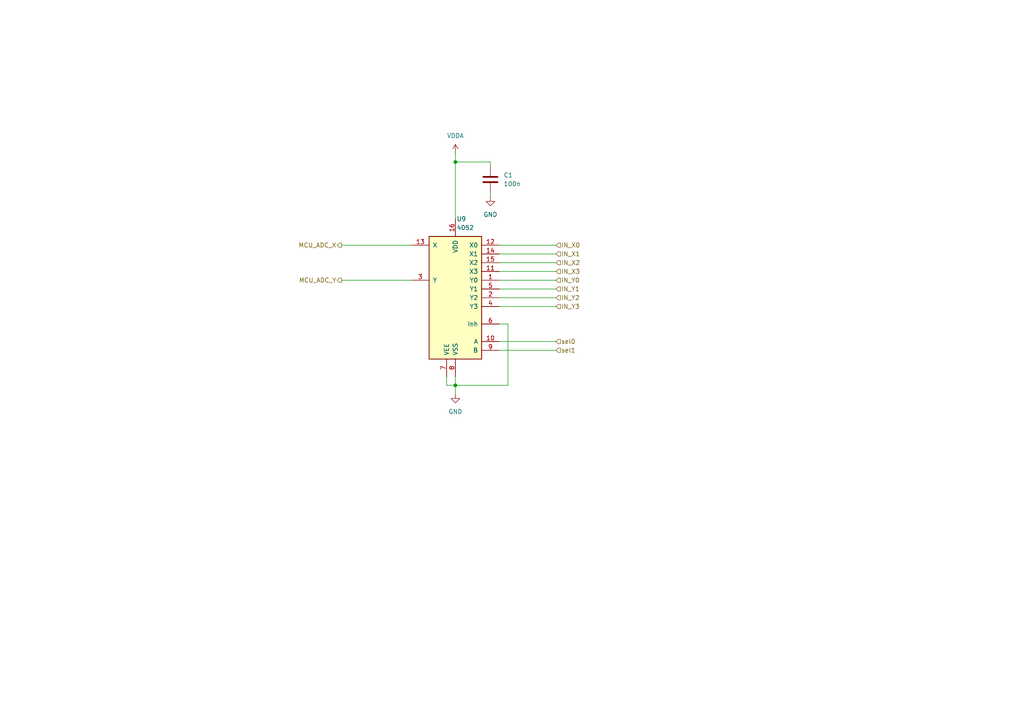
<source format=kicad_sch>
(kicad_sch (version 20230121) (generator eeschema)
  (paper "A4")
  (lib_symbols
    (symbol "4xxx:4052" (pin_names (offset 1.016))
      (property "Reference" "U" (at -7.62 19.05 0))
      (property "Value" "4052" (at -7.62 -19.05 0))
      (symbol "4052_1_0"
        (pin passive line (at -12.7 5.08 0) (length 5.08) (name "Y0") (number "1"))
        (pin input line (at -12.7 -12.7 0) (length 5.08) (name "A") (number "10"))
        (pin passive line (at -12.7 7.62 0) (length 5.08) (name "X3") (number "11"))
        (pin passive line (at -12.7 15.24 0) (length 5.08) (name "X0") (number "12"))
        (pin passive line (at 12.7 15.24 180) (length 5.08) (name "X") (number "13"))
        (pin passive line (at -12.7 12.7 0) (length 5.08) (name "X1") (number "14"))
        (pin passive line (at -12.7 10.16 0) (length 5.08) (name "X2") (number "15"))
        (pin power_in line (at 0 22.86 270) (length 5.08) (name "VDD") (number "16"))
        (pin passive line (at -12.7 0 0) (length 5.08) (name "Y2") (number "2"))
        (pin passive line (at 12.7 5.08 180) (length 5.08) (name "Y") (number "3"))
        (pin passive line (at -12.7 -2.54 0) (length 5.08) (name "Y3") (number "4"))
        (pin passive line (at -12.7 2.54 0) (length 5.08) (name "Y1") (number "5"))
        (pin input line (at -12.7 -7.62 0) (length 5.08) (name "Inh") (number "6"))
        (pin power_in line (at 2.54 -22.86 90) (length 5.08) (name "VEE") (number "7"))
        (pin power_in line (at 0 -22.86 90) (length 5.08) (name "VSS") (number "8"))
        (pin input line (at -12.7 -15.24 0) (length 5.08) (name "B") (number "9"))
      )
      (symbol "4052_1_1"
        (rectangle (start -7.62 17.78) (end 7.62 -17.78) (stroke (width 0.254)) (fill (type background)))
      )
    )
    (symbol "Device:C" (pin_numbers hide) (pin_names (offset 0.254))
      (property "Reference" "C" (at 0.635 2.54 0))
      (property "Value" "C" (at 0.635 -2.54 0))
      (symbol "C_0_1"
        (polyline (pts (xy -2.032 -0.762) (xy 2.032 -0.762)) (stroke (width 0.508)))
        (polyline (pts (xy -2.032 0.762) (xy 2.032 0.762)) (stroke (width 0.508)))
      )
      (symbol "C_1_1"
        (pin passive line (at 0 3.81 270) (length 2.794) (name "~") (number "1"))
        (pin passive line (at 0 -3.81 90) (length 2.794) (name "~") (number "2"))
      )
    )
    (symbol "power:GND" (power) (pin_names (offset 0))
      (property "Value" "GND" (at 0 -3.81 0))
      (symbol "GND_0_1"
        (polyline (pts (xy 0 0) (xy 0 -1.27) (xy 1.27 -1.27) (xy 0 -2.54) (xy -1.27 -1.27) (xy 0 -1.27)))
      )
      (symbol "GND_1_1"
        (pin power_in line (at 0 0 270) (length 0) hide (name "GND") (number "1"))
      )
    )
    (symbol "power:VDDA" (power) (pin_names (offset 0))
      (property "Value" "VDDA" (at 0 3.81 0))
      (symbol "VDDA_0_1"
        (polyline (pts (xy -0.762 1.27) (xy 0 2.54)))
        (polyline (pts (xy 0 0) (xy 0 2.54)))
        (polyline (pts (xy 0 2.54) (xy 0.762 1.27)))
      )
      (symbol "VDDA_1_1"
        (pin power_in line (at 0 0 90) (length 0) hide (name "VDDA") (number "1"))
      )
    )
  )
  (junction (at 132.08 46.99))
  (junction (at 132.08 111.76))
  (wire (pts (xy 144.78 78.74) (xy 161.29 78.74)))
  (wire (pts (xy 132.08 111.76) (xy 129.54 111.76)))
  (wire (pts (xy 144.78 76.2) (xy 161.29 76.2)))
  (wire (pts (xy 144.78 83.82) (xy 161.29 83.82)))
  (wire (pts (xy 132.08 44.45) (xy 132.08 46.99)))
  (wire (pts (xy 144.78 71.12) (xy 161.29 71.12)))
  (wire (pts (xy 144.78 73.66) (xy 161.29 73.66)))
  (wire (pts (xy 99.06 71.12) (xy 119.38 71.12)))
  (wire (pts (xy 144.78 86.36) (xy 161.29 86.36)))
  (wire (pts (xy 132.08 109.22) (xy 132.08 111.76)))
  (wire (pts (xy 147.32 93.98) (xy 147.32 111.76)))
  (wire (pts (xy 147.32 111.76) (xy 132.08 111.76)))
  (wire (pts (xy 144.78 88.9) (xy 161.29 88.9)))
  (wire (pts (xy 132.08 46.99) (xy 142.24 46.99)))
  (wire (pts (xy 142.24 46.99) (xy 142.24 48.26)))
  (wire (pts (xy 144.78 99.06) (xy 161.29 99.06)))
  (wire (pts (xy 99.06 81.28) (xy 119.38 81.28)))
  (wire (pts (xy 144.78 81.28) (xy 161.29 81.28)))
  (wire (pts (xy 129.54 111.76) (xy 129.54 109.22)))
  (wire (pts (xy 132.08 111.76) (xy 132.08 114.3)))
  (wire (pts (xy 144.78 101.6) (xy 161.29 101.6)))
  (wire (pts (xy 142.24 55.88) (xy 142.24 57.15)))
  (wire (pts (xy 144.78 93.98) (xy 147.32 93.98)))
  (wire (pts (xy 132.08 63.5) (xy 132.08 46.99)))
  (hierarchical_label "IN_X2" (shape input) (at 161.29 76.2 0))
  (hierarchical_label "sel0" (shape input) (at 161.29 99.06 0))
  (hierarchical_label "MCU_ADC_Y" (shape output) (at 99.06 81.28 180))
  (hierarchical_label "IN_Y0" (shape input) (at 161.29 81.28 0))
  (hierarchical_label "IN_X3" (shape input) (at 161.29 78.74 0))
  (hierarchical_label "IN_X1" (shape input) (at 161.29 73.66 0))
  (hierarchical_label "IN_X0" (shape input) (at 161.29 71.12 0))
  (hierarchical_label "IN_Y3" (shape input) (at 161.29 88.9 0))
  (hierarchical_label "sel1" (shape input) (at 161.29 101.6 0))
  (hierarchical_label "IN_Y2" (shape input) (at 161.29 86.36 0))
  (hierarchical_label "MCU_ADC_X" (shape output) (at 99.06 71.12 180))
  (hierarchical_label "IN_Y1" (shape input) (at 161.29 83.82 0))
  (symbol (lib_id "power:GND") (at 142.24 57.15 0) (unit 1)
    (property "Reference" "#PWR0156" (effects hide))
    (property "Value" "GND" (at 142.24 62.23 0))
  )
  (symbol (lib_id "Device:C") (at 142.24 52.07 0) (unit 1)
    (property "Reference" "C1" (at 146.05 50.8 0) (effects (justify left)))
    (property "Value" "100n" (at 146.05 53.34 0) (effects (justify left)))
  )
  (symbol (lib_id "4xxx:4052") (at 132.08 86.36 0) (mirror y) (unit 1)
    (property "Reference" "U9" (at 132.4259 63.5 0) (effects (justify right)))
    (property "Value" "4052" (at 132.4259 66.04 0) (effects (justify right)))
    (property "Datasheet" "http://www.intersil.com/content/dam/Intersil/documents/cd40/cd4051bms-52bms-53bms.pdf" (effects hide))
  )
  (symbol (lib_id "power:GND") (at 132.08 114.3 0) (unit 1)
    (property "Reference" "#PWR0155" (effects hide))
    (property "Value" "GND" (at 132.08 119.38 0))
  )
  (symbol (lib_id "power:VDDA") (at 132.08 44.45 0) (unit 1)
    (property "Reference" "#PWR0157" (effects hide))
    (property "Value" "VDDA" (at 132.08 39.37 0))
  )
)
</source>
